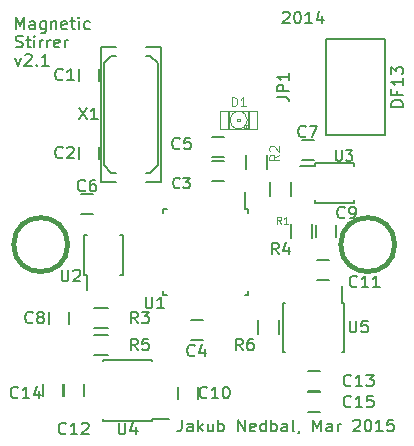
<source format=gto>
G04 #@! TF.FileFunction,Legend,Top*
%FSLAX46Y46*%
G04 Gerber Fmt 4.6, Leading zero omitted, Abs format (unit mm)*
G04 Created by KiCad (PCBNEW (2015-03-02 BZR 5466)-product) date Fri 06 Mar 2015 00:37:45 GMT*
%MOMM*%
G01*
G04 APERTURE LIST*
%ADD10C,0.100000*%
%ADD11C,0.150000*%
%ADD12C,0.381000*%
%ADD13C,0.066040*%
%ADD14C,0.101600*%
%ADD15C,0.140000*%
%ADD16C,0.088900*%
%ADD17C,0.120000*%
G04 APERTURE END LIST*
D10*
D11*
X104076476Y-63555619D02*
X104124095Y-63508000D01*
X104219333Y-63460381D01*
X104457429Y-63460381D01*
X104552667Y-63508000D01*
X104600286Y-63555619D01*
X104647905Y-63650857D01*
X104647905Y-63746095D01*
X104600286Y-63888952D01*
X104028857Y-64460381D01*
X104647905Y-64460381D01*
X105266952Y-63460381D02*
X105362191Y-63460381D01*
X105457429Y-63508000D01*
X105505048Y-63555619D01*
X105552667Y-63650857D01*
X105600286Y-63841333D01*
X105600286Y-64079429D01*
X105552667Y-64269905D01*
X105505048Y-64365143D01*
X105457429Y-64412762D01*
X105362191Y-64460381D01*
X105266952Y-64460381D01*
X105171714Y-64412762D01*
X105124095Y-64365143D01*
X105076476Y-64269905D01*
X105028857Y-64079429D01*
X105028857Y-63841333D01*
X105076476Y-63650857D01*
X105124095Y-63555619D01*
X105171714Y-63508000D01*
X105266952Y-63460381D01*
X106552667Y-64460381D02*
X105981238Y-64460381D01*
X106266952Y-64460381D02*
X106266952Y-63460381D01*
X106171714Y-63603238D01*
X106076476Y-63698476D01*
X105981238Y-63746095D01*
X107409810Y-63793714D02*
X107409810Y-64460381D01*
X107171714Y-63412762D02*
X106933619Y-64127048D01*
X107552667Y-64127048D01*
X95519810Y-98004381D02*
X95519810Y-98718667D01*
X95472190Y-98861524D01*
X95376952Y-98956762D01*
X95234095Y-99004381D01*
X95138857Y-99004381D01*
X96424572Y-99004381D02*
X96424572Y-98480571D01*
X96376953Y-98385333D01*
X96281715Y-98337714D01*
X96091238Y-98337714D01*
X95996000Y-98385333D01*
X96424572Y-98956762D02*
X96329334Y-99004381D01*
X96091238Y-99004381D01*
X95996000Y-98956762D01*
X95948381Y-98861524D01*
X95948381Y-98766286D01*
X95996000Y-98671048D01*
X96091238Y-98623429D01*
X96329334Y-98623429D01*
X96424572Y-98575810D01*
X96900762Y-99004381D02*
X96900762Y-98004381D01*
X96996000Y-98623429D02*
X97281715Y-99004381D01*
X97281715Y-98337714D02*
X96900762Y-98718667D01*
X98138858Y-98337714D02*
X98138858Y-99004381D01*
X97710286Y-98337714D02*
X97710286Y-98861524D01*
X97757905Y-98956762D01*
X97853143Y-99004381D01*
X97996001Y-99004381D01*
X98091239Y-98956762D01*
X98138858Y-98909143D01*
X98615048Y-99004381D02*
X98615048Y-98004381D01*
X98615048Y-98385333D02*
X98710286Y-98337714D01*
X98900763Y-98337714D01*
X98996001Y-98385333D01*
X99043620Y-98432952D01*
X99091239Y-98528190D01*
X99091239Y-98813905D01*
X99043620Y-98909143D01*
X98996001Y-98956762D01*
X98900763Y-99004381D01*
X98710286Y-99004381D01*
X98615048Y-98956762D01*
X100281715Y-99004381D02*
X100281715Y-98004381D01*
X100853144Y-99004381D01*
X100853144Y-98004381D01*
X101710287Y-98956762D02*
X101615049Y-99004381D01*
X101424572Y-99004381D01*
X101329334Y-98956762D01*
X101281715Y-98861524D01*
X101281715Y-98480571D01*
X101329334Y-98385333D01*
X101424572Y-98337714D01*
X101615049Y-98337714D01*
X101710287Y-98385333D01*
X101757906Y-98480571D01*
X101757906Y-98575810D01*
X101281715Y-98671048D01*
X102615049Y-99004381D02*
X102615049Y-98004381D01*
X102615049Y-98956762D02*
X102519811Y-99004381D01*
X102329334Y-99004381D01*
X102234096Y-98956762D01*
X102186477Y-98909143D01*
X102138858Y-98813905D01*
X102138858Y-98528190D01*
X102186477Y-98432952D01*
X102234096Y-98385333D01*
X102329334Y-98337714D01*
X102519811Y-98337714D01*
X102615049Y-98385333D01*
X103091239Y-99004381D02*
X103091239Y-98004381D01*
X103091239Y-98385333D02*
X103186477Y-98337714D01*
X103376954Y-98337714D01*
X103472192Y-98385333D01*
X103519811Y-98432952D01*
X103567430Y-98528190D01*
X103567430Y-98813905D01*
X103519811Y-98909143D01*
X103472192Y-98956762D01*
X103376954Y-99004381D01*
X103186477Y-99004381D01*
X103091239Y-98956762D01*
X104424573Y-99004381D02*
X104424573Y-98480571D01*
X104376954Y-98385333D01*
X104281716Y-98337714D01*
X104091239Y-98337714D01*
X103996001Y-98385333D01*
X104424573Y-98956762D02*
X104329335Y-99004381D01*
X104091239Y-99004381D01*
X103996001Y-98956762D01*
X103948382Y-98861524D01*
X103948382Y-98766286D01*
X103996001Y-98671048D01*
X104091239Y-98623429D01*
X104329335Y-98623429D01*
X104424573Y-98575810D01*
X105043620Y-99004381D02*
X104948382Y-98956762D01*
X104900763Y-98861524D01*
X104900763Y-98004381D01*
X105472192Y-98956762D02*
X105472192Y-99004381D01*
X105424573Y-99099619D01*
X105376954Y-99147238D01*
X106662668Y-99004381D02*
X106662668Y-98004381D01*
X106996002Y-98718667D01*
X107329335Y-98004381D01*
X107329335Y-99004381D01*
X108234097Y-99004381D02*
X108234097Y-98480571D01*
X108186478Y-98385333D01*
X108091240Y-98337714D01*
X107900763Y-98337714D01*
X107805525Y-98385333D01*
X108234097Y-98956762D02*
X108138859Y-99004381D01*
X107900763Y-99004381D01*
X107805525Y-98956762D01*
X107757906Y-98861524D01*
X107757906Y-98766286D01*
X107805525Y-98671048D01*
X107900763Y-98623429D01*
X108138859Y-98623429D01*
X108234097Y-98575810D01*
X108710287Y-99004381D02*
X108710287Y-98337714D01*
X108710287Y-98528190D02*
X108757906Y-98432952D01*
X108805525Y-98385333D01*
X108900763Y-98337714D01*
X108996002Y-98337714D01*
X110043621Y-98099619D02*
X110091240Y-98052000D01*
X110186478Y-98004381D01*
X110424574Y-98004381D01*
X110519812Y-98052000D01*
X110567431Y-98099619D01*
X110615050Y-98194857D01*
X110615050Y-98290095D01*
X110567431Y-98432952D01*
X109996002Y-99004381D01*
X110615050Y-99004381D01*
X111234097Y-98004381D02*
X111329336Y-98004381D01*
X111424574Y-98052000D01*
X111472193Y-98099619D01*
X111519812Y-98194857D01*
X111567431Y-98385333D01*
X111567431Y-98623429D01*
X111519812Y-98813905D01*
X111472193Y-98909143D01*
X111424574Y-98956762D01*
X111329336Y-99004381D01*
X111234097Y-99004381D01*
X111138859Y-98956762D01*
X111091240Y-98909143D01*
X111043621Y-98813905D01*
X110996002Y-98623429D01*
X110996002Y-98385333D01*
X111043621Y-98194857D01*
X111091240Y-98099619D01*
X111138859Y-98052000D01*
X111234097Y-98004381D01*
X112519812Y-99004381D02*
X111948383Y-99004381D01*
X112234097Y-99004381D02*
X112234097Y-98004381D01*
X112138859Y-98147238D01*
X112043621Y-98242476D01*
X111948383Y-98290095D01*
X113424574Y-98004381D02*
X112948383Y-98004381D01*
X112900764Y-98480571D01*
X112948383Y-98432952D01*
X113043621Y-98385333D01*
X113281717Y-98385333D01*
X113376955Y-98432952D01*
X113424574Y-98480571D01*
X113472193Y-98575810D01*
X113472193Y-98813905D01*
X113424574Y-98909143D01*
X113376955Y-98956762D01*
X113281717Y-99004381D01*
X113043621Y-99004381D01*
X112948383Y-98956762D01*
X112900764Y-98909143D01*
X81518095Y-64942381D02*
X81518095Y-63942381D01*
X81851429Y-64656667D01*
X82184762Y-63942381D01*
X82184762Y-64942381D01*
X83089524Y-64942381D02*
X83089524Y-64418571D01*
X83041905Y-64323333D01*
X82946667Y-64275714D01*
X82756190Y-64275714D01*
X82660952Y-64323333D01*
X83089524Y-64894762D02*
X82994286Y-64942381D01*
X82756190Y-64942381D01*
X82660952Y-64894762D01*
X82613333Y-64799524D01*
X82613333Y-64704286D01*
X82660952Y-64609048D01*
X82756190Y-64561429D01*
X82994286Y-64561429D01*
X83089524Y-64513810D01*
X83994286Y-64275714D02*
X83994286Y-65085238D01*
X83946667Y-65180476D01*
X83899048Y-65228095D01*
X83803809Y-65275714D01*
X83660952Y-65275714D01*
X83565714Y-65228095D01*
X83994286Y-64894762D02*
X83899048Y-64942381D01*
X83708571Y-64942381D01*
X83613333Y-64894762D01*
X83565714Y-64847143D01*
X83518095Y-64751905D01*
X83518095Y-64466190D01*
X83565714Y-64370952D01*
X83613333Y-64323333D01*
X83708571Y-64275714D01*
X83899048Y-64275714D01*
X83994286Y-64323333D01*
X84470476Y-64275714D02*
X84470476Y-64942381D01*
X84470476Y-64370952D02*
X84518095Y-64323333D01*
X84613333Y-64275714D01*
X84756191Y-64275714D01*
X84851429Y-64323333D01*
X84899048Y-64418571D01*
X84899048Y-64942381D01*
X85756191Y-64894762D02*
X85660953Y-64942381D01*
X85470476Y-64942381D01*
X85375238Y-64894762D01*
X85327619Y-64799524D01*
X85327619Y-64418571D01*
X85375238Y-64323333D01*
X85470476Y-64275714D01*
X85660953Y-64275714D01*
X85756191Y-64323333D01*
X85803810Y-64418571D01*
X85803810Y-64513810D01*
X85327619Y-64609048D01*
X86089524Y-64275714D02*
X86470476Y-64275714D01*
X86232381Y-63942381D02*
X86232381Y-64799524D01*
X86280000Y-64894762D01*
X86375238Y-64942381D01*
X86470476Y-64942381D01*
X86803810Y-64942381D02*
X86803810Y-64275714D01*
X86803810Y-63942381D02*
X86756191Y-63990000D01*
X86803810Y-64037619D01*
X86851429Y-63990000D01*
X86803810Y-63942381D01*
X86803810Y-64037619D01*
X87708572Y-64894762D02*
X87613334Y-64942381D01*
X87422857Y-64942381D01*
X87327619Y-64894762D01*
X87280000Y-64847143D01*
X87232381Y-64751905D01*
X87232381Y-64466190D01*
X87280000Y-64370952D01*
X87327619Y-64323333D01*
X87422857Y-64275714D01*
X87613334Y-64275714D01*
X87708572Y-64323333D01*
X81470476Y-66444762D02*
X81613333Y-66492381D01*
X81851429Y-66492381D01*
X81946667Y-66444762D01*
X81994286Y-66397143D01*
X82041905Y-66301905D01*
X82041905Y-66206667D01*
X81994286Y-66111429D01*
X81946667Y-66063810D01*
X81851429Y-66016190D01*
X81660952Y-65968571D01*
X81565714Y-65920952D01*
X81518095Y-65873333D01*
X81470476Y-65778095D01*
X81470476Y-65682857D01*
X81518095Y-65587619D01*
X81565714Y-65540000D01*
X81660952Y-65492381D01*
X81899048Y-65492381D01*
X82041905Y-65540000D01*
X82327619Y-65825714D02*
X82708571Y-65825714D01*
X82470476Y-65492381D02*
X82470476Y-66349524D01*
X82518095Y-66444762D01*
X82613333Y-66492381D01*
X82708571Y-66492381D01*
X83041905Y-66492381D02*
X83041905Y-65825714D01*
X83041905Y-65492381D02*
X82994286Y-65540000D01*
X83041905Y-65587619D01*
X83089524Y-65540000D01*
X83041905Y-65492381D01*
X83041905Y-65587619D01*
X83518095Y-66492381D02*
X83518095Y-65825714D01*
X83518095Y-66016190D02*
X83565714Y-65920952D01*
X83613333Y-65873333D01*
X83708571Y-65825714D01*
X83803810Y-65825714D01*
X84137143Y-66492381D02*
X84137143Y-65825714D01*
X84137143Y-66016190D02*
X84184762Y-65920952D01*
X84232381Y-65873333D01*
X84327619Y-65825714D01*
X84422858Y-65825714D01*
X85137144Y-66444762D02*
X85041906Y-66492381D01*
X84851429Y-66492381D01*
X84756191Y-66444762D01*
X84708572Y-66349524D01*
X84708572Y-65968571D01*
X84756191Y-65873333D01*
X84851429Y-65825714D01*
X85041906Y-65825714D01*
X85137144Y-65873333D01*
X85184763Y-65968571D01*
X85184763Y-66063810D01*
X84708572Y-66159048D01*
X85613334Y-66492381D02*
X85613334Y-65825714D01*
X85613334Y-66016190D02*
X85660953Y-65920952D01*
X85708572Y-65873333D01*
X85803810Y-65825714D01*
X85899049Y-65825714D01*
X81422857Y-67375714D02*
X81660952Y-68042381D01*
X81899048Y-67375714D01*
X82232381Y-67137619D02*
X82280000Y-67090000D01*
X82375238Y-67042381D01*
X82613334Y-67042381D01*
X82708572Y-67090000D01*
X82756191Y-67137619D01*
X82803810Y-67232857D01*
X82803810Y-67328095D01*
X82756191Y-67470952D01*
X82184762Y-68042381D01*
X82803810Y-68042381D01*
X83232381Y-67947143D02*
X83280000Y-67994762D01*
X83232381Y-68042381D01*
X83184762Y-67994762D01*
X83232381Y-67947143D01*
X83232381Y-68042381D01*
X84232381Y-68042381D02*
X83660952Y-68042381D01*
X83946666Y-68042381D02*
X83946666Y-67042381D01*
X83851428Y-67185238D01*
X83756190Y-67280476D01*
X83660952Y-67328095D01*
D12*
X85852000Y-83185000D02*
G75*
G03X85852000Y-83185000I-2286000J0D01*
G01*
D11*
X101161000Y-80195000D02*
X100836000Y-80195000D01*
X101161000Y-87445000D02*
X100836000Y-87445000D01*
X93911000Y-87445000D02*
X94236000Y-87445000D01*
X93911000Y-80195000D02*
X94236000Y-80195000D01*
X101161000Y-80195000D02*
X101161000Y-80520000D01*
X93911000Y-80195000D02*
X93911000Y-80520000D01*
X93911000Y-87445000D02*
X93911000Y-87120000D01*
X101161000Y-87445000D02*
X101161000Y-87120000D01*
X100836000Y-80195000D02*
X100836000Y-78770000D01*
X87225000Y-85749000D02*
X87475000Y-85749000D01*
X87225000Y-82399000D02*
X87475000Y-82399000D01*
X90575000Y-82399000D02*
X90325000Y-82399000D01*
X90575000Y-85749000D02*
X90325000Y-85749000D01*
X87225000Y-85749000D02*
X87225000Y-82399000D01*
X90575000Y-85749000D02*
X90575000Y-82399000D01*
X87475000Y-85749000D02*
X87475000Y-86999000D01*
X106783000Y-76303000D02*
X106783000Y-76553000D01*
X110133000Y-76303000D02*
X110133000Y-76553000D01*
X110133000Y-79653000D02*
X110133000Y-79403000D01*
X106783000Y-79653000D02*
X106783000Y-79403000D01*
X106783000Y-76303000D02*
X110133000Y-76303000D01*
X106783000Y-79653000D02*
X110133000Y-79653000D01*
X106783000Y-76553000D02*
X105533000Y-76553000D01*
X109255000Y-88095000D02*
X109110000Y-88095000D01*
X109255000Y-92245000D02*
X109110000Y-92245000D01*
X104105000Y-92245000D02*
X104250000Y-92245000D01*
X104105000Y-88095000D02*
X104250000Y-88095000D01*
X109255000Y-88095000D02*
X109255000Y-92245000D01*
X104105000Y-88095000D02*
X104105000Y-92245000D01*
X109110000Y-88095000D02*
X109110000Y-86695000D01*
X88480000Y-69334000D02*
X88480000Y-68334000D01*
X86780000Y-68334000D02*
X86780000Y-69334000D01*
X86780000Y-74938000D02*
X86780000Y-75938000D01*
X88480000Y-75938000D02*
X88480000Y-74938000D01*
X98052000Y-77812000D02*
X99052000Y-77812000D01*
X99052000Y-76112000D02*
X98052000Y-76112000D01*
X97274000Y-89574000D02*
X96274000Y-89574000D01*
X96274000Y-91274000D02*
X97274000Y-91274000D01*
X98052000Y-75780000D02*
X99052000Y-75780000D01*
X99052000Y-74080000D02*
X98052000Y-74080000D01*
X88003000Y-78906000D02*
X87003000Y-78906000D01*
X87003000Y-80606000D02*
X88003000Y-80606000D01*
X106672000Y-74334000D02*
X105672000Y-74334000D01*
X105672000Y-76034000D02*
X106672000Y-76034000D01*
X85940000Y-89908000D02*
X85940000Y-88908000D01*
X84240000Y-88908000D02*
X84240000Y-89908000D01*
X108546000Y-82542000D02*
X108546000Y-81542000D01*
X106846000Y-81542000D02*
X106846000Y-82542000D01*
X96862000Y-96258000D02*
X96862000Y-95258000D01*
X95162000Y-95258000D02*
X95162000Y-96258000D01*
X107942000Y-84494000D02*
X106942000Y-84494000D01*
X106942000Y-86194000D02*
X107942000Y-86194000D01*
X87210000Y-96004000D02*
X87210000Y-95004000D01*
X85510000Y-95004000D02*
X85510000Y-96004000D01*
X107180000Y-93892000D02*
X106180000Y-93892000D01*
X106180000Y-95592000D02*
X107180000Y-95592000D01*
X85432000Y-96004000D02*
X85432000Y-95004000D01*
X83732000Y-95004000D02*
X83732000Y-96004000D01*
X107180000Y-95670000D02*
X106180000Y-95670000D01*
X106180000Y-97370000D02*
X107180000Y-97370000D01*
D13*
X100230940Y-72743060D02*
X100429060Y-72743060D01*
X100429060Y-72743060D02*
X100429060Y-72544940D01*
X100230940Y-72544940D02*
X100429060Y-72544940D01*
X100230940Y-72743060D02*
X100230940Y-72544940D01*
X100779580Y-73342500D02*
X101127560Y-73342500D01*
X101127560Y-73342500D02*
X101127560Y-73093580D01*
X100779580Y-73093580D02*
X101127560Y-73093580D01*
X100779580Y-73342500D02*
X100779580Y-73093580D01*
X101127560Y-73342500D02*
X101229160Y-73342500D01*
X101229160Y-73342500D02*
X101229160Y-72146160D01*
X101127560Y-72146160D02*
X101229160Y-72146160D01*
X101127560Y-73342500D02*
X101127560Y-72146160D01*
X101127560Y-72095360D02*
X101229160Y-72095360D01*
X101229160Y-72095360D02*
X101229160Y-71945500D01*
X101127560Y-71945500D02*
X101229160Y-71945500D01*
X101127560Y-72095360D02*
X101127560Y-71945500D01*
X99430840Y-73342500D02*
X99532440Y-73342500D01*
X99532440Y-73342500D02*
X99532440Y-72146160D01*
X99430840Y-72146160D02*
X99532440Y-72146160D01*
X99430840Y-73342500D02*
X99430840Y-72146160D01*
X99430840Y-72095360D02*
X99532440Y-72095360D01*
X99532440Y-72095360D02*
X99532440Y-71945500D01*
X99430840Y-71945500D02*
X99532440Y-71945500D01*
X99430840Y-72095360D02*
X99430840Y-71945500D01*
X100779580Y-73342500D02*
X100929440Y-73342500D01*
X100929440Y-73342500D02*
X100929440Y-73093580D01*
X100779580Y-73093580D02*
X100929440Y-73093580D01*
X100779580Y-73342500D02*
X100779580Y-73093580D01*
D14*
X101879400Y-73393300D02*
X98780600Y-73393300D01*
X98780600Y-73393300D02*
X98780600Y-71894700D01*
X98780600Y-71894700D02*
X101879400Y-71894700D01*
X101879400Y-71894700D02*
X101879400Y-73393300D01*
X99782738Y-73143354D02*
G75*
G03X100878640Y-73141840I547262J499354D01*
G01*
X99781867Y-72145602D02*
G75*
G03X99781360Y-73141840I548133J-498398D01*
G01*
X100877262Y-72144646D02*
G75*
G03X99781360Y-72146160I-547262J-499354D01*
G01*
X100878133Y-73142398D02*
G75*
G03X100878640Y-72146160I-548133J498398D01*
G01*
D11*
X103011000Y-79086000D02*
X103011000Y-77886000D01*
X104761000Y-77886000D02*
X104761000Y-79086000D01*
X100979000Y-76800000D02*
X100979000Y-75600000D01*
X102729000Y-75600000D02*
X102729000Y-76800000D01*
X89246000Y-90283000D02*
X88046000Y-90283000D01*
X88046000Y-88533000D02*
X89246000Y-88533000D01*
X104789000Y-82642000D02*
X104789000Y-81442000D01*
X106539000Y-81442000D02*
X106539000Y-82642000D01*
X88046000Y-90819000D02*
X89246000Y-90819000D01*
X89246000Y-92569000D02*
X88046000Y-92569000D01*
X101995000Y-90770000D02*
X101995000Y-89570000D01*
X103745000Y-89570000D02*
X103745000Y-90770000D01*
X93007000Y-98079000D02*
X93007000Y-97934000D01*
X88857000Y-98079000D02*
X88857000Y-97934000D01*
X88857000Y-92929000D02*
X88857000Y-93074000D01*
X93007000Y-92929000D02*
X93007000Y-93074000D01*
X93007000Y-98079000D02*
X88857000Y-98079000D01*
X93007000Y-92929000D02*
X88857000Y-92929000D01*
X93007000Y-97934000D02*
X94407000Y-97934000D01*
X92837000Y-67183000D02*
X92456000Y-67183000D01*
X89535000Y-67183000D02*
X89916000Y-67183000D01*
X89535000Y-77089000D02*
X89916000Y-77089000D01*
X92837000Y-77089000D02*
X92456000Y-77089000D01*
X93726000Y-77851000D02*
X92456000Y-77851000D01*
X88646000Y-77851000D02*
X89916000Y-77851000D01*
X88646000Y-66421000D02*
X89916000Y-66421000D01*
X93726000Y-66421000D02*
X92456000Y-66421000D01*
X89535000Y-67183000D02*
X88900000Y-67818000D01*
X88900000Y-67818000D02*
X88900000Y-76454000D01*
X88900000Y-76454000D02*
X89535000Y-77089000D01*
X92837000Y-77089000D02*
X93472000Y-76454000D01*
X93472000Y-76454000D02*
X93472000Y-67818000D01*
X93472000Y-67818000D02*
X92837000Y-67183000D01*
X88646000Y-77851000D02*
X88646000Y-66421000D01*
X93726000Y-66421000D02*
X93726000Y-77851000D01*
D12*
X113538000Y-83185000D02*
G75*
G03X113538000Y-83185000I-2286000J0D01*
G01*
D11*
X112680000Y-73925000D02*
X112680000Y-65775000D01*
X107696000Y-65775000D02*
X107696000Y-73925000D01*
X112680000Y-65775000D02*
X107696000Y-65775000D01*
X107696000Y-73925000D02*
X112680000Y-73925000D01*
X92456095Y-87590381D02*
X92456095Y-88399905D01*
X92503714Y-88495143D01*
X92551333Y-88542762D01*
X92646571Y-88590381D01*
X92837048Y-88590381D01*
X92932286Y-88542762D01*
X92979905Y-88495143D01*
X93027524Y-88399905D01*
X93027524Y-87590381D01*
X94027524Y-88590381D02*
X93456095Y-88590381D01*
X93741809Y-88590381D02*
X93741809Y-87590381D01*
X93646571Y-87733238D01*
X93551333Y-87828476D01*
X93456095Y-87876095D01*
X85344095Y-85304381D02*
X85344095Y-86113905D01*
X85391714Y-86209143D01*
X85439333Y-86256762D01*
X85534571Y-86304381D01*
X85725048Y-86304381D01*
X85820286Y-86256762D01*
X85867905Y-86209143D01*
X85915524Y-86113905D01*
X85915524Y-85304381D01*
X86344095Y-85399619D02*
X86391714Y-85352000D01*
X86486952Y-85304381D01*
X86725048Y-85304381D01*
X86820286Y-85352000D01*
X86867905Y-85399619D01*
X86915524Y-85494857D01*
X86915524Y-85590095D01*
X86867905Y-85732952D01*
X86296476Y-86304381D01*
X86915524Y-86304381D01*
X108534286Y-75199143D02*
X108534286Y-75927714D01*
X108577143Y-76013429D01*
X108620000Y-76056286D01*
X108705714Y-76099143D01*
X108877143Y-76099143D01*
X108962857Y-76056286D01*
X109005714Y-76013429D01*
X109048571Y-75927714D01*
X109048571Y-75199143D01*
X109391428Y-75199143D02*
X109948571Y-75199143D01*
X109648571Y-75542000D01*
X109777143Y-75542000D01*
X109862857Y-75584857D01*
X109905714Y-75627714D01*
X109948571Y-75713429D01*
X109948571Y-75927714D01*
X109905714Y-76013429D01*
X109862857Y-76056286D01*
X109777143Y-76099143D01*
X109520000Y-76099143D01*
X109434286Y-76056286D01*
X109391428Y-76013429D01*
X109728095Y-89622381D02*
X109728095Y-90431905D01*
X109775714Y-90527143D01*
X109823333Y-90574762D01*
X109918571Y-90622381D01*
X110109048Y-90622381D01*
X110204286Y-90574762D01*
X110251905Y-90527143D01*
X110299524Y-90431905D01*
X110299524Y-89622381D01*
X111251905Y-89622381D02*
X110775714Y-89622381D01*
X110728095Y-90098571D01*
X110775714Y-90050952D01*
X110870952Y-90003333D01*
X111109048Y-90003333D01*
X111204286Y-90050952D01*
X111251905Y-90098571D01*
X111299524Y-90193810D01*
X111299524Y-90431905D01*
X111251905Y-90527143D01*
X111204286Y-90574762D01*
X111109048Y-90622381D01*
X110870952Y-90622381D01*
X110775714Y-90574762D01*
X110728095Y-90527143D01*
X85431334Y-69191143D02*
X85383715Y-69238762D01*
X85240858Y-69286381D01*
X85145620Y-69286381D01*
X85002762Y-69238762D01*
X84907524Y-69143524D01*
X84859905Y-69048286D01*
X84812286Y-68857810D01*
X84812286Y-68714952D01*
X84859905Y-68524476D01*
X84907524Y-68429238D01*
X85002762Y-68334000D01*
X85145620Y-68286381D01*
X85240858Y-68286381D01*
X85383715Y-68334000D01*
X85431334Y-68381619D01*
X86383715Y-69286381D02*
X85812286Y-69286381D01*
X86098000Y-69286381D02*
X86098000Y-68286381D01*
X86002762Y-68429238D01*
X85907524Y-68524476D01*
X85812286Y-68572095D01*
X85431334Y-75795143D02*
X85383715Y-75842762D01*
X85240858Y-75890381D01*
X85145620Y-75890381D01*
X85002762Y-75842762D01*
X84907524Y-75747524D01*
X84859905Y-75652286D01*
X84812286Y-75461810D01*
X84812286Y-75318952D01*
X84859905Y-75128476D01*
X84907524Y-75033238D01*
X85002762Y-74938000D01*
X85145620Y-74890381D01*
X85240858Y-74890381D01*
X85383715Y-74938000D01*
X85431334Y-74985619D01*
X85812286Y-74985619D02*
X85859905Y-74938000D01*
X85955143Y-74890381D01*
X86193239Y-74890381D01*
X86288477Y-74938000D01*
X86336096Y-74985619D01*
X86383715Y-75080857D01*
X86383715Y-75176095D01*
X86336096Y-75318952D01*
X85764667Y-75890381D01*
X86383715Y-75890381D01*
D15*
X95354000Y-78333429D02*
X95311143Y-78376286D01*
X95182572Y-78419143D01*
X95096858Y-78419143D01*
X94968286Y-78376286D01*
X94882572Y-78290571D01*
X94839715Y-78204857D01*
X94796858Y-78033429D01*
X94796858Y-77904857D01*
X94839715Y-77733429D01*
X94882572Y-77647714D01*
X94968286Y-77562000D01*
X95096858Y-77519143D01*
X95182572Y-77519143D01*
X95311143Y-77562000D01*
X95354000Y-77604857D01*
X95654000Y-77519143D02*
X96211143Y-77519143D01*
X95911143Y-77862000D01*
X96039715Y-77862000D01*
X96125429Y-77904857D01*
X96168286Y-77947714D01*
X96211143Y-78033429D01*
X96211143Y-78247714D01*
X96168286Y-78333429D01*
X96125429Y-78376286D01*
X96039715Y-78419143D01*
X95782572Y-78419143D01*
X95696858Y-78376286D01*
X95654000Y-78333429D01*
D11*
X96607334Y-92559143D02*
X96559715Y-92606762D01*
X96416858Y-92654381D01*
X96321620Y-92654381D01*
X96178762Y-92606762D01*
X96083524Y-92511524D01*
X96035905Y-92416286D01*
X95988286Y-92225810D01*
X95988286Y-92082952D01*
X96035905Y-91892476D01*
X96083524Y-91797238D01*
X96178762Y-91702000D01*
X96321620Y-91654381D01*
X96416858Y-91654381D01*
X96559715Y-91702000D01*
X96607334Y-91749619D01*
X97464477Y-91987714D02*
X97464477Y-92654381D01*
X97226381Y-91606762D02*
X96988286Y-92321048D01*
X97607334Y-92321048D01*
X95337334Y-75033143D02*
X95289715Y-75080762D01*
X95146858Y-75128381D01*
X95051620Y-75128381D01*
X94908762Y-75080762D01*
X94813524Y-74985524D01*
X94765905Y-74890286D01*
X94718286Y-74699810D01*
X94718286Y-74556952D01*
X94765905Y-74366476D01*
X94813524Y-74271238D01*
X94908762Y-74176000D01*
X95051620Y-74128381D01*
X95146858Y-74128381D01*
X95289715Y-74176000D01*
X95337334Y-74223619D01*
X96242096Y-74128381D02*
X95765905Y-74128381D01*
X95718286Y-74604571D01*
X95765905Y-74556952D01*
X95861143Y-74509333D01*
X96099239Y-74509333D01*
X96194477Y-74556952D01*
X96242096Y-74604571D01*
X96289715Y-74699810D01*
X96289715Y-74937905D01*
X96242096Y-75033143D01*
X96194477Y-75080762D01*
X96099239Y-75128381D01*
X95861143Y-75128381D01*
X95765905Y-75080762D01*
X95718286Y-75033143D01*
X87336334Y-78589143D02*
X87288715Y-78636762D01*
X87145858Y-78684381D01*
X87050620Y-78684381D01*
X86907762Y-78636762D01*
X86812524Y-78541524D01*
X86764905Y-78446286D01*
X86717286Y-78255810D01*
X86717286Y-78112952D01*
X86764905Y-77922476D01*
X86812524Y-77827238D01*
X86907762Y-77732000D01*
X87050620Y-77684381D01*
X87145858Y-77684381D01*
X87288715Y-77732000D01*
X87336334Y-77779619D01*
X88193477Y-77684381D02*
X88003000Y-77684381D01*
X87907762Y-77732000D01*
X87860143Y-77779619D01*
X87764905Y-77922476D01*
X87717286Y-78112952D01*
X87717286Y-78493905D01*
X87764905Y-78589143D01*
X87812524Y-78636762D01*
X87907762Y-78684381D01*
X88098239Y-78684381D01*
X88193477Y-78636762D01*
X88241096Y-78589143D01*
X88288715Y-78493905D01*
X88288715Y-78255810D01*
X88241096Y-78160571D01*
X88193477Y-78112952D01*
X88098239Y-78065333D01*
X87907762Y-78065333D01*
X87812524Y-78112952D01*
X87764905Y-78160571D01*
X87717286Y-78255810D01*
X106005334Y-74017143D02*
X105957715Y-74064762D01*
X105814858Y-74112381D01*
X105719620Y-74112381D01*
X105576762Y-74064762D01*
X105481524Y-73969524D01*
X105433905Y-73874286D01*
X105386286Y-73683810D01*
X105386286Y-73540952D01*
X105433905Y-73350476D01*
X105481524Y-73255238D01*
X105576762Y-73160000D01*
X105719620Y-73112381D01*
X105814858Y-73112381D01*
X105957715Y-73160000D01*
X106005334Y-73207619D01*
X106338667Y-73112381D02*
X107005334Y-73112381D01*
X106576762Y-74112381D01*
X82891334Y-89765143D02*
X82843715Y-89812762D01*
X82700858Y-89860381D01*
X82605620Y-89860381D01*
X82462762Y-89812762D01*
X82367524Y-89717524D01*
X82319905Y-89622286D01*
X82272286Y-89431810D01*
X82272286Y-89288952D01*
X82319905Y-89098476D01*
X82367524Y-89003238D01*
X82462762Y-88908000D01*
X82605620Y-88860381D01*
X82700858Y-88860381D01*
X82843715Y-88908000D01*
X82891334Y-88955619D01*
X83462762Y-89288952D02*
X83367524Y-89241333D01*
X83319905Y-89193714D01*
X83272286Y-89098476D01*
X83272286Y-89050857D01*
X83319905Y-88955619D01*
X83367524Y-88908000D01*
X83462762Y-88860381D01*
X83653239Y-88860381D01*
X83748477Y-88908000D01*
X83796096Y-88955619D01*
X83843715Y-89050857D01*
X83843715Y-89098476D01*
X83796096Y-89193714D01*
X83748477Y-89241333D01*
X83653239Y-89288952D01*
X83462762Y-89288952D01*
X83367524Y-89336571D01*
X83319905Y-89384190D01*
X83272286Y-89479429D01*
X83272286Y-89669905D01*
X83319905Y-89765143D01*
X83367524Y-89812762D01*
X83462762Y-89860381D01*
X83653239Y-89860381D01*
X83748477Y-89812762D01*
X83796096Y-89765143D01*
X83843715Y-89669905D01*
X83843715Y-89479429D01*
X83796096Y-89384190D01*
X83748477Y-89336571D01*
X83653239Y-89288952D01*
X109307334Y-80875143D02*
X109259715Y-80922762D01*
X109116858Y-80970381D01*
X109021620Y-80970381D01*
X108878762Y-80922762D01*
X108783524Y-80827524D01*
X108735905Y-80732286D01*
X108688286Y-80541810D01*
X108688286Y-80398952D01*
X108735905Y-80208476D01*
X108783524Y-80113238D01*
X108878762Y-80018000D01*
X109021620Y-79970381D01*
X109116858Y-79970381D01*
X109259715Y-80018000D01*
X109307334Y-80065619D01*
X109783524Y-80970381D02*
X109974000Y-80970381D01*
X110069239Y-80922762D01*
X110116858Y-80875143D01*
X110212096Y-80732286D01*
X110259715Y-80541810D01*
X110259715Y-80160857D01*
X110212096Y-80065619D01*
X110164477Y-80018000D01*
X110069239Y-79970381D01*
X109878762Y-79970381D01*
X109783524Y-80018000D01*
X109735905Y-80065619D01*
X109688286Y-80160857D01*
X109688286Y-80398952D01*
X109735905Y-80494190D01*
X109783524Y-80541810D01*
X109878762Y-80589429D01*
X110069239Y-80589429D01*
X110164477Y-80541810D01*
X110212096Y-80494190D01*
X110259715Y-80398952D01*
X97655143Y-96115143D02*
X97607524Y-96162762D01*
X97464667Y-96210381D01*
X97369429Y-96210381D01*
X97226571Y-96162762D01*
X97131333Y-96067524D01*
X97083714Y-95972286D01*
X97036095Y-95781810D01*
X97036095Y-95638952D01*
X97083714Y-95448476D01*
X97131333Y-95353238D01*
X97226571Y-95258000D01*
X97369429Y-95210381D01*
X97464667Y-95210381D01*
X97607524Y-95258000D01*
X97655143Y-95305619D01*
X98607524Y-96210381D02*
X98036095Y-96210381D01*
X98321809Y-96210381D02*
X98321809Y-95210381D01*
X98226571Y-95353238D01*
X98131333Y-95448476D01*
X98036095Y-95496095D01*
X99226571Y-95210381D02*
X99321810Y-95210381D01*
X99417048Y-95258000D01*
X99464667Y-95305619D01*
X99512286Y-95400857D01*
X99559905Y-95591333D01*
X99559905Y-95829429D01*
X99512286Y-96019905D01*
X99464667Y-96115143D01*
X99417048Y-96162762D01*
X99321810Y-96210381D01*
X99226571Y-96210381D01*
X99131333Y-96162762D01*
X99083714Y-96115143D01*
X99036095Y-96019905D01*
X98988476Y-95829429D01*
X98988476Y-95591333D01*
X99036095Y-95400857D01*
X99083714Y-95305619D01*
X99131333Y-95258000D01*
X99226571Y-95210381D01*
X110355143Y-86717143D02*
X110307524Y-86764762D01*
X110164667Y-86812381D01*
X110069429Y-86812381D01*
X109926571Y-86764762D01*
X109831333Y-86669524D01*
X109783714Y-86574286D01*
X109736095Y-86383810D01*
X109736095Y-86240952D01*
X109783714Y-86050476D01*
X109831333Y-85955238D01*
X109926571Y-85860000D01*
X110069429Y-85812381D01*
X110164667Y-85812381D01*
X110307524Y-85860000D01*
X110355143Y-85907619D01*
X111307524Y-86812381D02*
X110736095Y-86812381D01*
X111021809Y-86812381D02*
X111021809Y-85812381D01*
X110926571Y-85955238D01*
X110831333Y-86050476D01*
X110736095Y-86098095D01*
X112259905Y-86812381D02*
X111688476Y-86812381D01*
X111974190Y-86812381D02*
X111974190Y-85812381D01*
X111878952Y-85955238D01*
X111783714Y-86050476D01*
X111688476Y-86098095D01*
X85717143Y-99163143D02*
X85669524Y-99210762D01*
X85526667Y-99258381D01*
X85431429Y-99258381D01*
X85288571Y-99210762D01*
X85193333Y-99115524D01*
X85145714Y-99020286D01*
X85098095Y-98829810D01*
X85098095Y-98686952D01*
X85145714Y-98496476D01*
X85193333Y-98401238D01*
X85288571Y-98306000D01*
X85431429Y-98258381D01*
X85526667Y-98258381D01*
X85669524Y-98306000D01*
X85717143Y-98353619D01*
X86669524Y-99258381D02*
X86098095Y-99258381D01*
X86383809Y-99258381D02*
X86383809Y-98258381D01*
X86288571Y-98401238D01*
X86193333Y-98496476D01*
X86098095Y-98544095D01*
X87050476Y-98353619D02*
X87098095Y-98306000D01*
X87193333Y-98258381D01*
X87431429Y-98258381D01*
X87526667Y-98306000D01*
X87574286Y-98353619D01*
X87621905Y-98448857D01*
X87621905Y-98544095D01*
X87574286Y-98686952D01*
X87002857Y-99258381D01*
X87621905Y-99258381D01*
X109847143Y-95099143D02*
X109799524Y-95146762D01*
X109656667Y-95194381D01*
X109561429Y-95194381D01*
X109418571Y-95146762D01*
X109323333Y-95051524D01*
X109275714Y-94956286D01*
X109228095Y-94765810D01*
X109228095Y-94622952D01*
X109275714Y-94432476D01*
X109323333Y-94337238D01*
X109418571Y-94242000D01*
X109561429Y-94194381D01*
X109656667Y-94194381D01*
X109799524Y-94242000D01*
X109847143Y-94289619D01*
X110799524Y-95194381D02*
X110228095Y-95194381D01*
X110513809Y-95194381D02*
X110513809Y-94194381D01*
X110418571Y-94337238D01*
X110323333Y-94432476D01*
X110228095Y-94480095D01*
X111132857Y-94194381D02*
X111751905Y-94194381D01*
X111418571Y-94575333D01*
X111561429Y-94575333D01*
X111656667Y-94622952D01*
X111704286Y-94670571D01*
X111751905Y-94765810D01*
X111751905Y-95003905D01*
X111704286Y-95099143D01*
X111656667Y-95146762D01*
X111561429Y-95194381D01*
X111275714Y-95194381D01*
X111180476Y-95146762D01*
X111132857Y-95099143D01*
X81653143Y-96115143D02*
X81605524Y-96162762D01*
X81462667Y-96210381D01*
X81367429Y-96210381D01*
X81224571Y-96162762D01*
X81129333Y-96067524D01*
X81081714Y-95972286D01*
X81034095Y-95781810D01*
X81034095Y-95638952D01*
X81081714Y-95448476D01*
X81129333Y-95353238D01*
X81224571Y-95258000D01*
X81367429Y-95210381D01*
X81462667Y-95210381D01*
X81605524Y-95258000D01*
X81653143Y-95305619D01*
X82605524Y-96210381D02*
X82034095Y-96210381D01*
X82319809Y-96210381D02*
X82319809Y-95210381D01*
X82224571Y-95353238D01*
X82129333Y-95448476D01*
X82034095Y-95496095D01*
X83462667Y-95543714D02*
X83462667Y-96210381D01*
X83224571Y-95162762D02*
X82986476Y-95877048D01*
X83605524Y-95877048D01*
X109847143Y-96877143D02*
X109799524Y-96924762D01*
X109656667Y-96972381D01*
X109561429Y-96972381D01*
X109418571Y-96924762D01*
X109323333Y-96829524D01*
X109275714Y-96734286D01*
X109228095Y-96543810D01*
X109228095Y-96400952D01*
X109275714Y-96210476D01*
X109323333Y-96115238D01*
X109418571Y-96020000D01*
X109561429Y-95972381D01*
X109656667Y-95972381D01*
X109799524Y-96020000D01*
X109847143Y-96067619D01*
X110799524Y-96972381D02*
X110228095Y-96972381D01*
X110513809Y-96972381D02*
X110513809Y-95972381D01*
X110418571Y-96115238D01*
X110323333Y-96210476D01*
X110228095Y-96258095D01*
X111704286Y-95972381D02*
X111228095Y-95972381D01*
X111180476Y-96448571D01*
X111228095Y-96400952D01*
X111323333Y-96353333D01*
X111561429Y-96353333D01*
X111656667Y-96400952D01*
X111704286Y-96448571D01*
X111751905Y-96543810D01*
X111751905Y-96781905D01*
X111704286Y-96877143D01*
X111656667Y-96924762D01*
X111561429Y-96972381D01*
X111323333Y-96972381D01*
X111228095Y-96924762D01*
X111180476Y-96877143D01*
D16*
X99767572Y-71464714D02*
X99767572Y-70702714D01*
X99949000Y-70702714D01*
X100057857Y-70739000D01*
X100130429Y-70811571D01*
X100166714Y-70884143D01*
X100203000Y-71029286D01*
X100203000Y-71138143D01*
X100166714Y-71283286D01*
X100130429Y-71355857D01*
X100057857Y-71428429D01*
X99949000Y-71464714D01*
X99767572Y-71464714D01*
X100928714Y-71464714D02*
X100493286Y-71464714D01*
X100711000Y-71464714D02*
X100711000Y-70702714D01*
X100638429Y-70811571D01*
X100565857Y-70884143D01*
X100493286Y-70920429D01*
D10*
X103913000Y-81424429D02*
X103713000Y-81138714D01*
X103570143Y-81424429D02*
X103570143Y-80824429D01*
X103798715Y-80824429D01*
X103855857Y-80853000D01*
X103884429Y-80881571D01*
X103913000Y-80938714D01*
X103913000Y-81024429D01*
X103884429Y-81081571D01*
X103855857Y-81110143D01*
X103798715Y-81138714D01*
X103570143Y-81138714D01*
X104484429Y-81424429D02*
X104141572Y-81424429D01*
X104313000Y-81424429D02*
X104313000Y-80824429D01*
X104255857Y-80910143D01*
X104198715Y-80967286D01*
X104141572Y-80995857D01*
D17*
X103739905Y-75571333D02*
X103358952Y-75838000D01*
X103739905Y-76028476D02*
X102939905Y-76028476D01*
X102939905Y-75723714D01*
X102978000Y-75647523D01*
X103016095Y-75609428D01*
X103092286Y-75571333D01*
X103206571Y-75571333D01*
X103282762Y-75609428D01*
X103320857Y-75647523D01*
X103358952Y-75723714D01*
X103358952Y-76028476D01*
X103016095Y-75266571D02*
X102978000Y-75228476D01*
X102939905Y-75152285D01*
X102939905Y-74961809D01*
X102978000Y-74885619D01*
X103016095Y-74847523D01*
X103092286Y-74809428D01*
X103168476Y-74809428D01*
X103282762Y-74847523D01*
X103739905Y-75304666D01*
X103739905Y-74809428D01*
D11*
X91781334Y-89860381D02*
X91448000Y-89384190D01*
X91209905Y-89860381D02*
X91209905Y-88860381D01*
X91590858Y-88860381D01*
X91686096Y-88908000D01*
X91733715Y-88955619D01*
X91781334Y-89050857D01*
X91781334Y-89193714D01*
X91733715Y-89288952D01*
X91686096Y-89336571D01*
X91590858Y-89384190D01*
X91209905Y-89384190D01*
X92114667Y-88860381D02*
X92733715Y-88860381D01*
X92400381Y-89241333D01*
X92543239Y-89241333D01*
X92638477Y-89288952D01*
X92686096Y-89336571D01*
X92733715Y-89431810D01*
X92733715Y-89669905D01*
X92686096Y-89765143D01*
X92638477Y-89812762D01*
X92543239Y-89860381D01*
X92257524Y-89860381D01*
X92162286Y-89812762D01*
X92114667Y-89765143D01*
X103719334Y-84018381D02*
X103386000Y-83542190D01*
X103147905Y-84018381D02*
X103147905Y-83018381D01*
X103528858Y-83018381D01*
X103624096Y-83066000D01*
X103671715Y-83113619D01*
X103719334Y-83208857D01*
X103719334Y-83351714D01*
X103671715Y-83446952D01*
X103624096Y-83494571D01*
X103528858Y-83542190D01*
X103147905Y-83542190D01*
X104576477Y-83351714D02*
X104576477Y-84018381D01*
X104338381Y-82970762D02*
X104100286Y-83685048D01*
X104719334Y-83685048D01*
X91781334Y-92146381D02*
X91448000Y-91670190D01*
X91209905Y-92146381D02*
X91209905Y-91146381D01*
X91590858Y-91146381D01*
X91686096Y-91194000D01*
X91733715Y-91241619D01*
X91781334Y-91336857D01*
X91781334Y-91479714D01*
X91733715Y-91574952D01*
X91686096Y-91622571D01*
X91590858Y-91670190D01*
X91209905Y-91670190D01*
X92686096Y-91146381D02*
X92209905Y-91146381D01*
X92162286Y-91622571D01*
X92209905Y-91574952D01*
X92305143Y-91527333D01*
X92543239Y-91527333D01*
X92638477Y-91574952D01*
X92686096Y-91622571D01*
X92733715Y-91717810D01*
X92733715Y-91955905D01*
X92686096Y-92051143D01*
X92638477Y-92098762D01*
X92543239Y-92146381D01*
X92305143Y-92146381D01*
X92209905Y-92098762D01*
X92162286Y-92051143D01*
X100671334Y-92146381D02*
X100338000Y-91670190D01*
X100099905Y-92146381D02*
X100099905Y-91146381D01*
X100480858Y-91146381D01*
X100576096Y-91194000D01*
X100623715Y-91241619D01*
X100671334Y-91336857D01*
X100671334Y-91479714D01*
X100623715Y-91574952D01*
X100576096Y-91622571D01*
X100480858Y-91670190D01*
X100099905Y-91670190D01*
X101528477Y-91146381D02*
X101338000Y-91146381D01*
X101242762Y-91194000D01*
X101195143Y-91241619D01*
X101099905Y-91384476D01*
X101052286Y-91574952D01*
X101052286Y-91955905D01*
X101099905Y-92051143D01*
X101147524Y-92098762D01*
X101242762Y-92146381D01*
X101433239Y-92146381D01*
X101528477Y-92098762D01*
X101576096Y-92051143D01*
X101623715Y-91955905D01*
X101623715Y-91717810D01*
X101576096Y-91622571D01*
X101528477Y-91574952D01*
X101433239Y-91527333D01*
X101242762Y-91527333D01*
X101147524Y-91574952D01*
X101099905Y-91622571D01*
X101052286Y-91717810D01*
X90170095Y-98258381D02*
X90170095Y-99067905D01*
X90217714Y-99163143D01*
X90265333Y-99210762D01*
X90360571Y-99258381D01*
X90551048Y-99258381D01*
X90646286Y-99210762D01*
X90693905Y-99163143D01*
X90741524Y-99067905D01*
X90741524Y-98258381D01*
X91646286Y-98591714D02*
X91646286Y-99258381D01*
X91408190Y-98210762D02*
X91170095Y-98925048D01*
X91789143Y-98925048D01*
X86820476Y-71588381D02*
X87487143Y-72588381D01*
X87487143Y-71588381D02*
X86820476Y-72588381D01*
X88391905Y-72588381D02*
X87820476Y-72588381D01*
X88106190Y-72588381D02*
X88106190Y-71588381D01*
X88010952Y-71731238D01*
X87915714Y-71826476D01*
X87820476Y-71874095D01*
X103592381Y-70683333D02*
X104306667Y-70683333D01*
X104449524Y-70730953D01*
X104544762Y-70826191D01*
X104592381Y-70969048D01*
X104592381Y-71064286D01*
X104592381Y-70207143D02*
X103592381Y-70207143D01*
X103592381Y-69826190D01*
X103640000Y-69730952D01*
X103687619Y-69683333D01*
X103782857Y-69635714D01*
X103925714Y-69635714D01*
X104020952Y-69683333D01*
X104068571Y-69730952D01*
X104116190Y-69826190D01*
X104116190Y-70207143D01*
X104592381Y-68683333D02*
X104592381Y-69254762D01*
X104592381Y-68969048D02*
X103592381Y-68969048D01*
X103735238Y-69064286D01*
X103830476Y-69159524D01*
X103878095Y-69254762D01*
X114244381Y-71492857D02*
X113244381Y-71492857D01*
X113244381Y-71254762D01*
X113292000Y-71111904D01*
X113387238Y-71016666D01*
X113482476Y-70969047D01*
X113672952Y-70921428D01*
X113815810Y-70921428D01*
X114006286Y-70969047D01*
X114101524Y-71016666D01*
X114196762Y-71111904D01*
X114244381Y-71254762D01*
X114244381Y-71492857D01*
X113720571Y-70159523D02*
X113720571Y-70492857D01*
X114244381Y-70492857D02*
X113244381Y-70492857D01*
X113244381Y-70016666D01*
X114244381Y-69111904D02*
X114244381Y-69683333D01*
X114244381Y-69397619D02*
X113244381Y-69397619D01*
X113387238Y-69492857D01*
X113482476Y-69588095D01*
X113530095Y-69683333D01*
X113244381Y-68778571D02*
X113244381Y-68159523D01*
X113625333Y-68492857D01*
X113625333Y-68349999D01*
X113672952Y-68254761D01*
X113720571Y-68207142D01*
X113815810Y-68159523D01*
X114053905Y-68159523D01*
X114149143Y-68207142D01*
X114196762Y-68254761D01*
X114244381Y-68349999D01*
X114244381Y-68635714D01*
X114196762Y-68730952D01*
X114149143Y-68778571D01*
M02*

</source>
